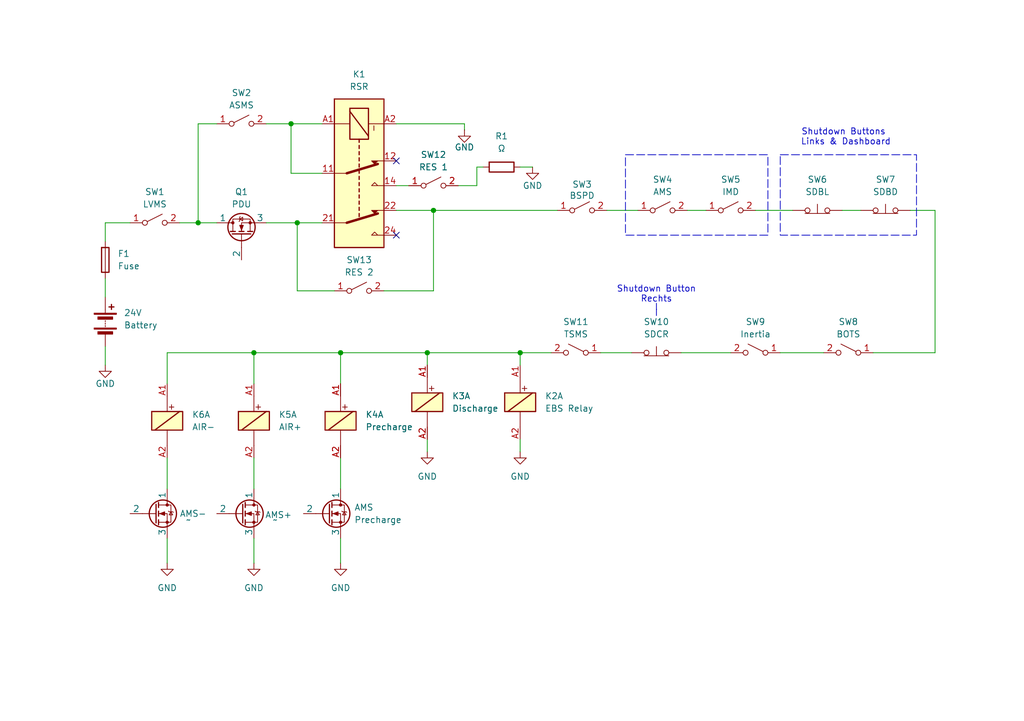
<source format=kicad_sch>
(kicad_sch (version 20231120) (generator "eeschema") (generator_version "8.0")
  (paper "A5")
  (lib_symbols
    (symbol "Device:Battery" (pin_numbers hide) (pin_names (offset 0) hide)
      (property "Reference" "BT" (at 2.54 2.54 0))
      (property "Value" "Battery" (at 2.54 0 0))
      (symbol "Battery_0_1"
        (rectangle (start -2.286 -1.27) (end 2.286 -1.524) (fill (type outline)))
        (rectangle (start -2.286 1.778) (end 2.286 1.524) (fill (type outline)))
        (rectangle (start -1.524 -2.032) (end 1.524 -2.54) (fill (type outline)))
        (rectangle (start -1.524 1.016) (end 1.524 0.508) (fill (type outline)))
        (polyline (pts (xy 0 -1.016) (xy 0 -0.762)))
        (polyline (pts (xy 0 -0.508) (xy 0 -0.254)))
        (polyline (pts (xy 0 0) (xy 0 0.254)))
        (polyline (pts (xy 0 1.778) (xy 0 2.54)))
        (polyline (pts (xy 0.762 3.048) (xy 1.778 3.048)) (stroke (width 0.254)))
        (polyline (pts (xy 1.27 3.556) (xy 1.27 2.54)) (stroke (width 0.254)))
      )
      (symbol "Battery_1_1"
        (pin passive line (at 0 5.08 270) (length 2.54) (name "+") (number "1"))
        (pin passive line (at 0 -5.08 90) (length 2.54) (name "-") (number "2"))
      )
    )
    (symbol "Device:Fuse" (pin_numbers hide) (pin_names (offset 0))
      (property "Reference" "F" (at 2.032 0 90))
      (property "Value" "Fuse" (at -1.905 0 90))
      (symbol "Fuse_0_1"
        (rectangle (start -0.762 -2.54) (end 0.762 2.54) (stroke (width 0.254)))
        (polyline (pts (xy 0 2.54) (xy 0 -2.54)))
      )
      (symbol "Fuse_1_1"
        (pin passive line (at 0 3.81 270) (length 1.27) (name "~") (number "1"))
        (pin passive line (at 0 -3.81 90) (length 1.27) (name "~") (number "2"))
      )
    )
    (symbol "FaSTTUBe_PnP:0Ω" (pin_numbers hide) (pin_names (offset 0))
      (property "Reference" "R" (at 2.032 0 90))
      (property "Value" "0Ω" (at -2.54 0 90))
      (symbol "0Ω_0_1"
        (rectangle (start -1.016 -2.54) (end 1.016 2.54) (stroke (width 0.254)))
      )
      (symbol "0Ω_1_1"
        (pin passive line (at 0 3.81 270) (length 1.27) (name "~") (number "1"))
        (pin passive line (at 0 -3.81 90) (length 1.27) (name "~") (number "2"))
      )
    )
    (symbol "NMOS_1" (pin_numbers hide) (pin_names (offset 0))
      (property "Reference" "Q2" (at 6.35 1.2701 0))
      (property "Value" "NMOS" (at 6.35 -1.2699 0))
      (symbol "NMOS_1_0_1"
        (polyline (pts (xy 0.254 0) (xy -2.54 0)))
        (polyline (pts (xy 0.254 1.905) (xy 0.254 -1.905)) (stroke (width 0.254)))
        (polyline (pts (xy 0.762 -1.27) (xy 0.762 -2.286)) (stroke (width 0.254)))
        (polyline (pts (xy 0.762 0.508) (xy 0.762 -0.508)) (stroke (width 0.254)))
        (polyline (pts (xy 0.762 2.286) (xy 0.762 1.27)) (stroke (width 0.254)))
        (polyline (pts (xy 2.54 2.54) (xy 2.54 1.778)))
        (polyline (pts (xy 2.54 -2.54) (xy 2.54 0) (xy 0.762 0)))
        (polyline (pts (xy 0.762 -1.778) (xy 3.302 -1.778) (xy 3.302 1.778) (xy 0.762 1.778)))
        (polyline (pts (xy 1.016 0) (xy 2.032 0.381) (xy 2.032 -0.381) (xy 1.016 0)) (fill (type outline)))
        (polyline (pts (xy 2.794 0.508) (xy 2.921 0.381) (xy 3.683 0.381) (xy 3.81 0.254)))
        (polyline (pts (xy 3.302 0.381) (xy 2.921 -0.254) (xy 3.683 -0.254) (xy 3.302 0.381)))
        (circle (center 1.651 0) (radius 2.794) (stroke (width 0.254)))
        (circle (center 2.54 -1.778) (radius 0.254) (fill (type outline)))
        (circle (center 2.54 1.778) (radius 0.254) (fill (type outline)))
      )
      (symbol "NMOS_1_1_1"
        (pin passive line (at 2.54 5.08 270) (length 2.54) (name "1") (number "1"))
        (pin input line (at -5.08 0 0) (length 2.54) (name "2") (number "2"))
        (pin passive line (at 2.54 -5.08 90) (length 2.54) (name "3") (number "3"))
      )
    )
    (symbol "NMOS_2" (pin_numbers hide) (pin_names (offset 0))
      (property "Reference" "AMS+" (at 6.35 1.2701 0))
      (property "Value" "NMOS" (at 6.35 -1.2699 0))
      (symbol "NMOS_2_0_1"
        (polyline (pts (xy 0.254 0) (xy -2.54 0)))
        (polyline (pts (xy 0.254 1.905) (xy 0.254 -1.905)) (stroke (width 0.254)))
        (polyline (pts (xy 0.762 -1.27) (xy 0.762 -2.286)) (stroke (width 0.254)))
        (polyline (pts (xy 0.762 0.508) (xy 0.762 -0.508)) (stroke (width 0.254)))
        (polyline (pts (xy 0.762 2.286) (xy 0.762 1.27)) (stroke (width 0.254)))
        (polyline (pts (xy 2.54 2.54) (xy 2.54 1.778)))
        (polyline (pts (xy 2.54 -2.54) (xy 2.54 0) (xy 0.762 0)))
        (polyline (pts (xy 0.762 -1.778) (xy 3.302 -1.778) (xy 3.302 1.778) (xy 0.762 1.778)))
        (polyline (pts (xy 1.016 0) (xy 2.032 0.381) (xy 2.032 -0.381) (xy 1.016 0)) (fill (type outline)))
        (polyline (pts (xy 2.794 0.508) (xy 2.921 0.381) (xy 3.683 0.381) (xy 3.81 0.254)))
        (polyline (pts (xy 3.302 0.381) (xy 2.921 -0.254) (xy 3.683 -0.254) (xy 3.302 0.381)))
        (circle (center 1.651 0) (radius 2.794) (stroke (width 0.254)))
        (circle (center 2.54 -1.778) (radius 0.254) (fill (type outline)))
        (circle (center 2.54 1.778) (radius 0.254) (fill (type outline)))
      )
      (symbol "NMOS_2_1_1"
        (pin passive line (at 2.54 5.08 270) (length 2.54) (name "1") (number "1"))
        (pin input line (at -5.08 0 0) (length 2.54) (name "2") (number "2"))
        (pin passive line (at 2.54 -5.08 90) (length 2.54) (name "3") (number "3"))
      )
    )
    (symbol "NMOS_3" (pin_numbers hide) (pin_names (offset 0))
      (property "Reference" "AMS-" (at 6.35 1.2701 0))
      (property "Value" "NMOS" (at 6.35 -1.2699 0))
      (symbol "NMOS_3_0_1"
        (polyline (pts (xy 0.254 0) (xy -2.54 0)))
        (polyline (pts (xy 0.254 1.905) (xy 0.254 -1.905)) (stroke (width 0.254)))
        (polyline (pts (xy 0.762 -1.27) (xy 0.762 -2.286)) (stroke (width 0.254)))
        (polyline (pts (xy 0.762 0.508) (xy 0.762 -0.508)) (stroke (width 0.254)))
        (polyline (pts (xy 0.762 2.286) (xy 0.762 1.27)) (stroke (width 0.254)))
        (polyline (pts (xy 2.54 2.54) (xy 2.54 1.778)))
        (polyline (pts (xy 2.54 -2.54) (xy 2.54 0) (xy 0.762 0)))
        (polyline (pts (xy 0.762 -1.778) (xy 3.302 -1.778) (xy 3.302 1.778) (xy 0.762 1.778)))
        (polyline (pts (xy 1.016 0) (xy 2.032 0.381) (xy 2.032 -0.381) (xy 1.016 0)) (fill (type outline)))
        (polyline (pts (xy 2.794 0.508) (xy 2.921 0.381) (xy 3.683 0.381) (xy 3.81 0.254)))
        (polyline (pts (xy 3.302 0.381) (xy 2.921 -0.254) (xy 3.683 -0.254) (xy 3.302 0.381)))
        (circle (center 1.651 0) (radius 2.794) (stroke (width 0.254)))
        (circle (center 2.54 -1.778) (radius 0.254) (fill (type outline)))
        (circle (center 2.54 1.778) (radius 0.254) (fill (type outline)))
      )
      (symbol "NMOS_3_1_1"
        (pin passive line (at 2.54 5.08 270) (length 2.54) (name "1") (number "1"))
        (pin input line (at -5.08 0 0) (length 2.54) (name "2") (number "2"))
        (pin passive line (at 2.54 -5.08 90) (length 2.54) (name "3") (number "3"))
      )
    )
    (symbol "Relay:AZ850P1-x"
      (property "Reference" "K1" (at -20.32 0 90))
      (property "Value" "RSR" (at -17.78 0 90))
      (symbol "AZ850P1-x_0_0"
        (text "-" (at -9.271 2.921 0) (effects (font (size 1.27 1.27))))
      )
      (symbol "AZ850P1-x_0_1"
        (rectangle (start -15.24 5.08) (end 15.24 -5.08) (stroke (width 0.254)) (fill (type background)))
        (rectangle (start -13.335 1.905) (end -6.985 -1.905) (stroke (width 0.254)))
        (polyline (pts (xy -12.7 -1.905) (xy -7.62 1.905)) (stroke (width 0.254)))
        (polyline (pts (xy -10.16 -5.08) (xy -10.16 -1.905)))
        (polyline (pts (xy -10.16 5.08) (xy -10.16 1.905)))
        (polyline (pts (xy -6.985 0) (xy -6.35 0)) (stroke (width 0.254)))
        (polyline (pts (xy -5.715 0) (xy -5.08 0)) (stroke (width 0.254)))
        (polyline (pts (xy -4.445 0) (xy -3.81 0)) (stroke (width 0.254)))
        (polyline (pts (xy -3.175 0) (xy -2.54 0)) (stroke (width 0.254)))
        (polyline (pts (xy -1.905 0) (xy -1.27 0)) (stroke (width 0.254)))
        (polyline (pts (xy -0.635 0) (xy 0 0)) (stroke (width 0.254)))
        (polyline (pts (xy 0 -2.54) (xy -1.905 3.81)) (stroke (width 0.508)))
        (polyline (pts (xy 0 -2.54) (xy 0 -5.08)))
        (polyline (pts (xy 0.635 0) (xy 1.27 0)) (stroke (width 0.254)))
        (polyline (pts (xy 1.905 0) (xy 2.54 0)) (stroke (width 0.254)))
        (polyline (pts (xy 3.175 0) (xy 3.81 0)) (stroke (width 0.254)))
        (polyline (pts (xy 4.445 0) (xy 5.08 0)) (stroke (width 0.254)))
        (polyline (pts (xy 5.715 0) (xy 6.35 0)) (stroke (width 0.254)))
        (polyline (pts (xy 6.985 0) (xy 7.62 0)) (stroke (width 0.254)))
        (polyline (pts (xy 8.255 0) (xy 8.89 0)) (stroke (width 0.254)))
        (polyline (pts (xy 10.16 -2.54) (xy 8.255 3.81)) (stroke (width 0.508)))
        (polyline (pts (xy 10.16 -2.54) (xy 10.16 -5.08)))
        (polyline (pts (xy -2.54 5.08) (xy -2.54 2.54) (xy -1.905 3.175) (xy -2.54 3.81)) (fill (type outline)))
        (polyline (pts (xy 2.54 5.08) (xy 2.54 2.54) (xy 1.905 3.175) (xy 2.54 3.81)))
        (polyline (pts (xy 7.62 5.08) (xy 7.62 2.54) (xy 8.255 3.175) (xy 7.62 3.81)) (fill (type outline)))
        (polyline (pts (xy 12.7 5.08) (xy 12.7 2.54) (xy 12.065 3.175) (xy 12.7 3.81)))
      )
      (symbol "AZ850P1-x_1_1"
        (pin passive line (at 0 -7.62 90) (length 2.54) (name "~") (number "11"))
        (pin passive line (at -2.54 7.62 270) (length 2.54) (name "~") (number "12"))
        (pin passive line (at 2.54 7.62 270) (length 2.54) (name "~") (number "14"))
        (pin passive line (at 10.16 -7.62 90) (length 2.54) (name "~") (number "21"))
        (pin passive line (at 7.62 7.62 270) (length 2.54) (name "~") (number "22"))
        (pin passive line (at 12.7 7.62 270) (length 2.54) (name "~") (number "24"))
        (pin passive line (at -10.16 -7.62 90) (length 2.54) (name "") (number "A1"))
        (pin passive line (at -10.16 7.62 270) (length 2.54) (name "~") (number "A2"))
      )
    )
    (symbol "Relay:COTO_3660_Split"
      (property "Reference" "K" (at 5.08 2.54 0))
      (property "Value" "COTO_3660_Split" (at 5.08 0 0))
      (symbol "COTO_3660_Split_1_0"
        (text "+" (at 0.889 2.921 0) (effects (font (size 1.27 1.27))))
      )
      (symbol "COTO_3660_Split_1_1"
        (rectangle (start -3.175 1.905) (end 3.175 -1.905) (stroke (width 0.254)) (fill (type background)))
        (polyline (pts (xy -2.54 -1.905) (xy 2.54 1.905)) (stroke (width 0.254)))
        (polyline (pts (xy 0 -5.08) (xy 0 -1.905)))
        (polyline (pts (xy 0 5.08) (xy 0 1.905)))
        (pin passive line (at 0 7.62 270) (length 2.54) (name "~") (number "A1"))
        (pin passive line (at 0 -7.62 90) (length 2.54) (name "~") (number "A2"))
      )
      (symbol "COTO_3660_Split_2_1"
        (polyline (pts (xy -3.175 0) (xy -2.54 0)) (stroke (width 0.254)))
        (polyline (pts (xy -1.905 0) (xy -1.27 0)) (stroke (width 0.254)))
        (polyline (pts (xy 0 2.54) (xy -1.905 -3.81)) (stroke (width 0.508)))
        (polyline (pts (xy 0 2.54) (xy 0 5.08)))
        (polyline (pts (xy 0 -5.08) (xy 0 -2.54) (xy -0.635 -3.175) (xy 0 -3.81)))
        (pin passive line (at 0 7.62 270) (length 2.54) (name "~") (number "13"))
        (pin passive line (at 0 -7.62 90) (length 2.54) (name "~") (number "14"))
      )
      (symbol "COTO_3660_Split_3_1"
        (polyline (pts (xy -3.175 0) (xy -2.54 0)) (stroke (width 0.254)))
        (polyline (pts (xy -1.905 0) (xy -1.27 0)) (stroke (width 0.254)))
        (polyline (pts (xy 0 2.54) (xy -1.905 -3.81)) (stroke (width 0.508)))
        (polyline (pts (xy 0 2.54) (xy 0 5.08)))
        (polyline (pts (xy 0 -5.08) (xy 0 -2.54) (xy -0.635 -3.175) (xy 0 -3.81)))
        (pin passive line (at 0 7.62 270) (length 2.54) (name "~") (number "23"))
        (pin passive line (at 0 -7.62 90) (length 2.54) (name "~") (number "24"))
      )
      (symbol "COTO_3660_Split_4_1"
        (polyline (pts (xy -3.175 0) (xy -2.54 0)) (stroke (width 0.254)))
        (polyline (pts (xy -1.905 0) (xy -1.27 0)) (stroke (width 0.254)))
        (polyline (pts (xy 0 2.54) (xy -1.905 -3.81)) (stroke (width 0.508)))
        (polyline (pts (xy 0 2.54) (xy 0 5.08)))
        (polyline (pts (xy 1.27 3.81) (xy 1.27 -3.81)) (stroke (width 0) (type dash)))
        (polyline (pts (xy 0 5.08) (xy 1.27 5.08) (xy 1.27 3.81)))
        (polyline (pts (xy 0 -5.08) (xy 0 -2.54) (xy -0.635 -3.175) (xy 0 -3.81)))
        (circle (center 0 5.08) (radius 0.1524))
        (pin passive line (at 0 7.62 270) (length 2.54) (name "~") (number "33"))
        (pin passive line (at 0 -7.62 90) (length 2.54) (name "~") (number "34"))
      )
    )
    (symbol "Simulation_SPICE:NMOS" (pin_numbers hide) (pin_names (offset 0))
      (property "Reference" "Q1" (at 8.89 0 90))
      (property "Value" "PDU" (at 6.35 0 90))
      (symbol "NMOS_0_1"
        (polyline (pts (xy 0.254 0) (xy -2.54 0)))
        (polyline (pts (xy 0.254 1.905) (xy 0.254 -1.905)) (stroke (width 0.254)))
        (polyline (pts (xy 0.762 -1.27) (xy 0.762 -2.286)) (stroke (width 0.254)))
        (polyline (pts (xy 0.762 0.508) (xy 0.762 -0.508)) (stroke (width 0.254)))
        (polyline (pts (xy 0.762 2.286) (xy 0.762 1.27)) (stroke (width 0.254)))
        (polyline (pts (xy 2.54 2.54) (xy 2.54 1.778)))
        (polyline (pts (xy 2.54 -2.54) (xy 2.54 0) (xy 0.762 0)))
        (polyline (pts (xy 0.762 -1.778) (xy 3.302 -1.778) (xy 3.302 1.778) (xy 0.762 1.778)))
        (polyline (pts (xy 1.016 0) (xy 2.032 0.381) (xy 2.032 -0.381) (xy 1.016 0)) (fill (type outline)))
        (polyline (pts (xy 2.794 0.508) (xy 2.921 0.381) (xy 3.683 0.381) (xy 3.81 0.254)))
        (polyline (pts (xy 3.302 0.381) (xy 2.921 -0.254) (xy 3.683 -0.254) (xy 3.302 0.381)))
        (circle (center 1.651 0) (radius 2.794) (stroke (width 0.254)))
        (circle (center 2.54 -1.778) (radius 0.254) (fill (type outline)))
        (circle (center 2.54 1.778) (radius 0.254) (fill (type outline)))
      )
      (symbol "NMOS_1_1"
        (pin input line (at -5.08 0 0) (length 2.54) (name "2") (number ""))
        (pin passive line (at 2.54 5.08 270) (length 2.54) (name "1") (number "1"))
        (pin passive line (at 2.54 -5.08 90) (length 2.54) (name "3") (number "3"))
      )
    )
    (symbol "Switch:SW_Push_Open" (pin_numbers hide) (pin_names (offset 1.016) hide)
      (property "Reference" "SW" (at 0 2.54 0))
      (property "Value" "SW_Push_Open" (at 0 -1.905 0))
      (symbol "SW_Push_Open_0_1"
        (circle (center -2.032 0) (radius 0.508))
        (polyline (pts (xy -2.54 -0.635) (xy 2.54 -0.635)))
        (polyline (pts (xy 0 -0.635) (xy 0 1.27)))
        (circle (center 2.032 0) (radius 0.508))
        (pin passive line (at -5.08 0 0) (length 2.54) (name "A") (number "1"))
      )
      (symbol "SW_Push_Open_1_1"
        (pin passive line (at 5.08 0 180) (length 2.54) (name "B") (number "2"))
      )
    )
    (symbol "Switch:SW_SPST" (pin_names (offset 0) hide)
      (property "Reference" "SW" (at 0 3.175 0))
      (property "Value" "SW_SPST" (at 0 -2.54 0))
      (symbol "SW_SPST_0_0"
        (circle (center -2.032 0) (radius 0.508))
        (polyline (pts (xy -1.524 0.254) (xy 1.524 1.778)))
        (circle (center 2.032 0) (radius 0.508))
      )
      (symbol "SW_SPST_1_1"
        (pin passive line (at -5.08 0 0) (length 2.54) (name "A") (number "1"))
        (pin passive line (at 5.08 0 180) (length 2.54) (name "B") (number "2"))
      )
    )
    (symbol "power:GND" (power) (pin_numbers hide) (pin_names (offset 0) hide)
      (property "Value" "GND" (at 0 -3.81 0))
      (symbol "GND_0_1"
        (polyline (pts (xy 0 0) (xy 0 -1.27) (xy 1.27 -1.27) (xy 0 -2.54) (xy -1.27 -1.27) (xy 0 -1.27)))
      )
      (symbol "GND_1_1"
        (pin power_in line (at 0 0 270) (length 0) (name "~") (number "1"))
      )
    )
  )
  (junction (at 69.85 72.39))
  (junction (at 59.69 25.4))
  (junction (at 40.64 45.72))
  (junction (at 106.68 72.39))
  (junction (at 60.96 45.72))
  (junction (at 52.07 72.39))
  (junction (at 87.63 72.39))
  (junction (at 88.9 43.18))
  (no_connect (at 81.28 33.02))
  (no_connect (at 81.28 48.26))
  (wire (pts (xy 97.79 34.29) (xy 99.06 34.29)))
  (wire (pts (xy 54.61 25.4) (xy 59.69 25.4)))
  (wire (pts (xy 97.79 38.1) (xy 93.98 38.1)))
  (wire (pts (xy 34.29 72.39) (xy 52.07 72.39)))
  (wire (pts (xy 81.28 43.18) (xy 88.9 43.18)))
  (wire (pts (xy 34.29 93.98) (xy 34.29 100.33)))
  (wire (pts (xy 113.03 72.39) (xy 106.68 72.39)))
  (wire (pts (xy 109.22 34.29) (xy 106.68 34.29)))
  (wire (pts (xy 124.46 43.18) (xy 130.81 43.18)))
  (wire (pts (xy 60.96 45.72) (xy 66.04 45.72)))
  (wire (pts (xy 97.79 34.29) (xy 97.79 38.1)))
  (wire (pts (xy 179.07 72.39) (xy 191.77 72.39)))
  (wire (pts (xy 60.96 59.69) (xy 68.58 59.69)))
  (wire (pts (xy 69.85 72.39) (xy 69.85 78.74)))
  (wire (pts (xy 87.63 72.39) (xy 87.63 74.93)))
  (wire (pts (xy 186.69 43.18) (xy 191.77 43.18)))
  (wire (pts (xy 191.77 43.18) (xy 191.77 72.39)))
  (wire (pts (xy 59.69 25.4) (xy 59.69 35.56)))
  (wire (pts (xy 123.19 72.39) (xy 129.54 72.39)))
  (wire (pts (xy 154.94 43.18) (xy 162.56 43.18)))
  (wire (pts (xy 21.59 45.72) (xy 26.67 45.72)))
  (wire (pts (xy 52.07 72.39) (xy 69.85 72.39)))
  (wire (pts (xy 54.61 45.72) (xy 60.96 45.72)))
  (wire (pts (xy 69.85 72.39) (xy 87.63 72.39)))
  (wire (pts (xy 139.7 72.39) (xy 149.86 72.39)))
  (wire (pts (xy 172.72 43.18) (xy 176.53 43.18)))
  (wire (pts (xy 88.9 59.69) (xy 88.9 43.18)))
  (wire (pts (xy 40.64 45.72) (xy 44.45 45.72)))
  (wire (pts (xy 81.28 38.1) (xy 83.82 38.1)))
  (wire (pts (xy 87.63 72.39) (xy 106.68 72.39)))
  (wire (pts (xy 44.45 25.4) (xy 40.64 25.4)))
  (wire (pts (xy 88.9 43.18) (xy 114.3 43.18)))
  (wire (pts (xy 69.85 93.98) (xy 69.85 100.33)))
  (wire (pts (xy 34.29 72.39) (xy 34.29 78.74)))
  (wire (pts (xy 52.07 93.98) (xy 52.07 100.33)))
  (wire (pts (xy 81.28 25.4) (xy 95.25 25.4)))
  (wire (pts (xy 106.68 72.39) (xy 106.68 74.93)))
  (wire (pts (xy 87.63 90.17) (xy 87.63 92.71)))
  (wire (pts (xy 78.74 59.69) (xy 88.9 59.69)))
  (wire (pts (xy 21.59 57.15) (xy 21.59 60.96)))
  (wire (pts (xy 36.83 45.72) (xy 40.64 45.72)))
  (wire (pts (xy 34.29 110.49) (xy 34.29 115.57)))
  (wire (pts (xy 21.59 71.12) (xy 21.59 74.93)))
  (wire (pts (xy 21.59 45.72) (xy 21.59 49.53)))
  (wire (pts (xy 59.69 35.56) (xy 66.04 35.56)))
  (wire (pts (xy 52.07 110.49) (xy 52.07 115.57)))
  (wire (pts (xy 59.69 25.4) (xy 66.04 25.4)))
  (wire (pts (xy 160.02 72.39) (xy 168.91 72.39)))
  (wire (pts (xy 69.85 110.49) (xy 69.85 115.57)))
  (wire (pts (xy 106.68 90.17) (xy 106.68 92.71)))
  (wire (pts (xy 60.96 45.72) (xy 60.96 59.69)))
  (wire (pts (xy 140.97 43.18) (xy 144.78 43.18)))
  (wire (pts (xy 40.64 25.4) (xy 40.64 45.72)))
  (wire (pts (xy 52.07 72.39) (xy 52.07 78.74)))
  (wire (pts (xy 95.25 25.4) (xy 95.25 26.67)))
  (rectangle (start 134.62 63.5) (end 134.62 63.5))
  (rectangle (start 134.62 63.5) (end 134.62 63.5))
  (rectangle (start 160.02 31.75) (end 187.96 48.26) (stroke (width 0) (type dash)))
  (rectangle (start 134.62 63.5) (end 134.62 63.5))
  (rectangle (start 128.27 31.75) (end 157.48 48.26) (stroke (width 0) (type dash)))
  (rectangle (start 134.62 62.23) (end 134.62 64.77))
  (text "Shutdown Button\nRechts" (at 134.62 60.452 0) (effects (font (size 1.27 1.27))))
  (text "Shutdown Buttons \nLinks & Dashboard" (at 173.482 28.194 0) (effects (font (size 1.27 1.27))))
  (symbol (lib_id "Simulation_SPICE:NMOS") (at 49.53 48.26 90) (unit 1)
    (property "Reference" "Q1" (at 49.53 39.37 90))
    (property "Value" "PDU" (at 49.53 41.91 90))
    (property "Datasheet" "https://ngspice.sourceforge.io/docs/ngspice-html-manual/manual.xhtml#cha_MOSFETs" (effects (hide yes)))
    (property "Description" "N-MOSFET transistor, drain/source/gate" (effects (hide yes)))
    (property "Sim.Device" "NMOS" (effects (hide yes)))
    (property "Sim.Type" "VDMOS" (effects (hide yes)))
    (property "Sim.Pins" "1=D 2=G 3=S" (effects (hide yes)))
  )
  (symbol (lib_id "Device:Battery") (at 21.59 66.04 0) (unit 1)
    (property "Reference" "24V" (at 25.4 64.1984 0) (effects (justify left)))
    (property "Value" "Battery" (at 25.4 66.7384 0) (effects (justify left)))
    (property "Description" "Multiple-cell battery" (effects (hide yes)))
  )
  (symbol (lib_id "Relay:COTO_3660_Split") (at 106.68 82.55 0) (unit 1)
    (property "Reference" "K2" (at 111.76 81.2799 0) (effects (justify left)))
    (property "Value" "EBS Relay" (at 111.76 83.8199 0) (effects (justify left)))
    (property "Footprint" "Relay_THT:Relay_3PST_COTO_3660" (effects (hide yes)))
    (property "Datasheet" "https://cotorelay.com/wp-content/uploads/2014/09/3600_series_reed_relay_datasheet.pdf" (effects (hide yes)))
    (property "Description" "Low thermal EMF 3PST-NO reed relay, 150V 0.25A, similar to 3650 but with shared shield/contact, 30.48x16.76x12.06mm" (effects (hide yes)))
  )
  (symbol (lib_id "Switch:SW_Push_Open") (at 134.62 72.39 0) (unit 1)
    (property "Reference" "SW10" (at 134.62 66.04 0))
    (property "Value" "SDCR" (at 134.62 68.58 0))
    (property "Description" "Push button switch, push-to-open, generic, two pins" (effects (hide yes)))
  )
  (symbol (lib_id "Relay:AZ850P1-x") (at 73.66 35.56 270) (unit 1)
    (property "Reference" "K1" (at 73.66 15.24 90))
    (property "Value" "RSR" (at 73.66 17.78 90))
    (property "Footprint" "Relay_THT:Relay_DPDT_FRT5" (effects (hide yes)))
    (property "Datasheet" "http://www.azettler.com/pdfs/az850.pdf" (effects (hide yes)))
    (property "Description" "American Zettler, Microminiature Polarised Dual Pole Relay Bistable" (effects (hide yes)))
  )
  (symbol (lib_name "NMOS_2") (lib_id "Simulation_SPICE:NMOS") (at 49.53 105.41 0) (unit 1)
    (property "Reference" "AMS+" (at 54.356 105.664 0) (effects (justify left)))
    (property "Value" "~" (at 55.88 106.68 0) (effects (justify left)))
    (property "Datasheet" "https://ngspice.sourceforge.io/docs/ngspice-html-manual/manual.xhtml#cha_MOSFETs" (effects (hide yes)))
    (property "Description" "N-MOSFET transistor, drain/source/gate" (effects (hide yes)))
    (property "Sim.Device" "NMOS" (effects (hide yes)))
    (property "Sim.Type" "VDMOS" (effects (hide yes)))
    (property "Sim.Pins" "1=D 2=G 3=S" (effects (hide yes)))
  )
  (symbol (lib_id "Relay:COTO_3660_Split") (at 87.63 82.55 0) (unit 1)
    (property "Reference" "K3" (at 92.71 81.2799 0) (effects (justify left)))
    (property "Value" "Discharge" (at 92.71 83.8199 0) (effects (justify left)))
    (property "Footprint" "Relay_THT:Relay_3PST_COTO_3660" (effects (hide yes)))
    (property "Datasheet" "https://cotorelay.com/wp-content/uploads/2014/09/3600_series_reed_relay_datasheet.pdf" (effects (hide yes)))
    (property "Description" "Low thermal EMF 3PST-NO reed relay, 150V 0.25A, similar to 3650 but with shared shield/contact, 30.48x16.76x12.06mm" (effects (hide yes)))
  )
  (symbol (lib_name "NMOS_3") (lib_id "Simulation_SPICE:NMOS") (at 31.75 105.41 0) (unit 1)
    (property "Reference" "AMS-" (at 36.83 105.41 0) (effects (justify left)))
    (property "Value" "~" (at 38.1 106.68 0) (effects (justify left)))
    (property "Datasheet" "https://ngspice.sourceforge.io/docs/ngspice-html-manual/manual.xhtml#cha_MOSFETs" (effects (hide yes)))
    (property "Description" "N-MOSFET transistor, drain/source/gate" (effects (hide yes)))
    (property "Sim.Device" "NMOS" (effects (hide yes)))
    (property "Sim.Type" "VDMOS" (effects (hide yes)))
    (property "Sim.Pins" "1=D 2=G 3=S" (effects (hide yes)))
  )
  (symbol (lib_id "Device:Fuse") (at 21.59 53.34 0) (unit 1)
    (property "Reference" "F1" (at 24.13 52.0699 0) (effects (justify left)))
    (property "Value" "Fuse" (at 24.13 54.6099 0) (effects (justify left)))
    (property "Description" "Fuse" (effects (hide yes)))
  )
  (symbol (lib_id "power:GND") (at 87.63 92.71 0) (unit 1)
    (property "Reference" "#PWR07" (effects (hide yes)))
    (property "Value" "GND" (at 87.63 97.79 0))
    (property "Description" "Power symbol creates a global label with name \"GND\" , ground" (effects (hide yes)))
  )
  (symbol (lib_id "power:GND") (at 95.25 26.67 0) (unit 1)
    (property "Reference" "#PWR02" (effects (hide yes)))
    (property "Value" "GND" (at 95.25 30.226 0))
    (property "Description" "Power symbol creates a global label with name \"GND\" , ground" (effects (hide yes)))
  )
  (symbol (lib_id "Switch:SW_SPST") (at 31.75 45.72 0) (unit 1)
    (property "Reference" "SW1" (at 31.75 39.37 0))
    (property "Value" "LVMS" (at 31.75 41.91 0))
    (property "Description" "Single Pole Single Throw (SPST) switch" (effects (hide yes)))
  )
  (symbol (lib_id "power:GND") (at 106.68 92.71 0) (unit 1)
    (property "Reference" "#PWR08" (effects (hide yes)))
    (property "Value" "GND" (at 106.68 97.79 0))
    (property "Description" "Power symbol creates a global label with name \"GND\" , ground" (effects (hide yes)))
  )
  (symbol (lib_id "Switch:SW_SPST") (at 88.9 38.1 0) (unit 1)
    (property "Reference" "SW12" (at 88.9 31.75 0))
    (property "Value" "RES 1" (at 88.9 34.29 0))
    (property "Description" "Single Pole Single Throw (SPST) switch" (effects (hide yes)))
  )
  (symbol (lib_id "FaSTTUBe_PnP:0Ω") (at 102.87 34.29 270) (unit 1)
    (property "Reference" "R1" (at 102.87 27.94 90))
    (property "Value" "Ω" (at 102.87 30.48 90))
    (property "Footprint" "Resistor_SMD:R_0603_1608Metric" (effects (hide yes)))
    (property "Description" "10kOhm 0603 Resistor" (effects (hide yes)))
  )
  (symbol (lib_id "power:GND") (at 21.59 74.93 0) (unit 1)
    (property "Reference" "#PWR01" (effects (hide yes)))
    (property "Value" "GND" (at 21.59 78.74 0))
    (property "Description" "Power symbol creates a global label with name \"GND\" , ground" (effects (hide yes)))
  )
  (symbol (lib_id "Relay:COTO_3660_Split") (at 34.29 86.36 0) (unit 1)
    (property "Reference" "K6" (at 39.37 85.0899 0) (effects (justify left)))
    (property "Value" "AIR-" (at 39.37 87.6299 0) (effects (justify left)))
    (property "Footprint" "Relay_THT:Relay_3PST_COTO_3660" (effects (hide yes)))
    (property "Datasheet" "https://cotorelay.com/wp-content/uploads/2014/09/3600_series_reed_relay_datasheet.pdf" (effects (hide yes)))
    (property "Description" "Low thermal EMF 3PST-NO reed relay, 150V 0.25A, similar to 3650 but with shared shield/contact, 30.48x16.76x12.06mm" (effects (hide yes)))
  )
  (symbol (lib_id "power:GND") (at 34.29 115.57 0) (unit 1)
    (property "Reference" "#PWR04" (effects (hide yes)))
    (property "Value" "GND" (at 34.29 120.65 0))
    (property "Description" "Power symbol creates a global label with name \"GND\" , ground" (effects (hide yes)))
  )
  (symbol (lib_id "Switch:SW_SPST") (at 119.38 43.18 0) (unit 1)
    (property "Reference" "SW3" (at 119.38 37.846 0))
    (property "Value" "BSPD" (at 119.38 40.132 0))
    (property "Description" "Single Pole Single Throw (SPST) switch" (effects (hide yes)))
  )
  (symbol (lib_id "Switch:SW_SPST") (at 173.99 72.39 0) (mirror y) (unit 1)
    (property "Reference" "SW8" (at 173.99 66.04 0))
    (property "Value" "BOTS" (at 173.99 68.58 0))
    (property "Description" "Single Pole Single Throw (SPST) switch" (effects (hide yes)))
  )
  (symbol (lib_name "NMOS_1") (lib_id "Simulation_SPICE:NMOS") (at 67.31 105.41 0) (unit 1)
    (property "Reference" "AMS" (at 72.644 104.14 0) (effects (justify left)))
    (property "Value" "Precharge" (at 72.644 106.68 0) (effects (justify left)))
    (property "Datasheet" "https://ngspice.sourceforge.io/docs/ngspice-html-manual/manual.xhtml#cha_MOSFETs" (effects (hide yes)))
    (property "Description" "N-MOSFET transistor, drain/source/gate" (effects (hide yes)))
    (property "Sim.Device" "NMOS" (effects (hide yes)))
    (property "Sim.Type" "VDMOS" (effects (hide yes)))
    (property "Sim.Pins" "1=D 2=G 3=S" (effects (hide yes)))
  )
  (symbol (lib_id "power:GND") (at 109.22 34.29 0) (unit 1)
    (property "Reference" "#PWR03" (effects (hide yes)))
    (property "Value" "GND" (at 109.22 38.1 0))
    (property "Description" "Power symbol creates a global label with name \"GND\" , ground" (effects (hide yes)))
  )
  (symbol (lib_id "Relay:COTO_3660_Split") (at 69.85 86.36 0) (unit 1)
    (property "Reference" "K4" (at 74.93 85.0899 0) (effects (justify left)))
    (property "Value" "Precharge" (at 74.93 87.6299 0) (effects (justify left)))
    (property "Footprint" "Relay_THT:Relay_3PST_COTO_3660" (effects (hide yes)))
    (property "Datasheet" "https://cotorelay.com/wp-content/uploads/2014/09/3600_series_reed_relay_datasheet.pdf" (effects (hide yes)))
    (property "Description" "Low thermal EMF 3PST-NO reed relay, 150V 0.25A, similar to 3650 but with shared shield/contact, 30.48x16.76x12.06mm" (effects (hide yes)))
  )
  (symbol (lib_id "Switch:SW_SPST") (at 154.94 72.39 0) (mirror y) (unit 1)
    (property "Reference" "SW9" (at 154.94 66.04 0))
    (property "Value" "Inertia" (at 154.94 68.58 0))
    (property "Description" "Single Pole Single Throw (SPST) switch" (effects (hide yes)))
  )
  (symbol (lib_id "Switch:SW_Push_Open") (at 167.64 43.18 0) (unit 1)
    (property "Reference" "SW6" (at 167.64 36.83 0))
    (property "Value" "SDBL" (at 167.64 39.37 0))
    (property "Description" "Push button switch, push-to-open, generic, two pins" (effects (hide yes)))
  )
  (symbol (lib_id "Switch:SW_SPST") (at 135.89 43.18 0) (unit 1)
    (property "Reference" "SW4" (at 135.89 36.83 0))
    (property "Value" "AMS" (at 135.89 39.37 0))
    (property "Description" "Single Pole Single Throw (SPST) switch" (effects (hide yes)))
  )
  (symbol (lib_id "Switch:SW_Push_Open") (at 181.61 43.18 0) (unit 1)
    (property "Reference" "SW7" (at 181.61 36.83 0))
    (property "Value" "SDBD" (at 181.61 39.37 0))
    (property "Description" "Push button switch, push-to-open, generic, two pins" (effects (hide yes)))
  )
  (symbol (lib_id "power:GND") (at 52.07 115.57 0) (unit 1)
    (property "Reference" "#PWR05" (effects (hide yes)))
    (property "Value" "GND" (at 52.07 120.65 0))
    (property "Description" "Power symbol creates a global label with name \"GND\" , ground" (effects (hide yes)))
  )
  (symbol (lib_id "Relay:COTO_3660_Split") (at 52.07 86.36 0) (unit 1)
    (property "Reference" "K5" (at 57.15 85.0899 0) (effects (justify left)))
    (property "Value" "AIR+" (at 57.15 87.6299 0) (effects (justify left)))
    (property "Footprint" "Relay_THT:Relay_3PST_COTO_3660" (effects (hide yes)))
    (property "Datasheet" "https://cotorelay.com/wp-content/uploads/2014/09/3600_series_reed_relay_datasheet.pdf" (effects (hide yes)))
    (property "Description" "Low thermal EMF 3PST-NO reed relay, 150V 0.25A, similar to 3650 but with shared shield/contact, 30.48x16.76x12.06mm" (effects (hide yes)))
  )
  (symbol (lib_id "power:GND") (at 69.85 115.57 0) (unit 1)
    (property "Reference" "#PWR06" (effects (hide yes)))
    (property "Value" "GND" (at 69.85 120.65 0))
    (property "Description" "Power symbol creates a global label with name \"GND\" , ground" (effects (hide yes)))
  )
  (symbol (lib_id "Switch:SW_SPST") (at 73.66 59.69 0) (unit 1)
    (property "Reference" "SW13" (at 73.66 53.34 0))
    (property "Value" "RES 2" (at 73.66 55.88 0))
    (property "Description" "Single Pole Single Throw (SPST) switch" (effects (hide yes)))
  )
  (symbol (lib_id "Switch:SW_SPST") (at 118.11 72.39 0) (mirror y) (unit 1)
    (property "Reference" "SW11" (at 118.11 66.04 0))
    (property "Value" "TSMS" (at 118.11 68.58 0))
    (property "Description" "Single Pole Single Throw (SPST) switch" (effects (hide yes)))
  )
  (symbol (lib_id "Switch:SW_SPST") (at 149.86 43.18 0) (unit 1)
    (property "Reference" "SW5" (at 149.86 36.83 0))
    (property "Value" "IMD" (at 149.86 39.37 0))
    (property "Description" "Single Pole Single Throw (SPST) switch" (effects (hide yes)))
  )
  (symbol (lib_id "Switch:SW_SPST") (at 49.53 25.4 0) (unit 1)
    (property "Reference" "SW2" (at 49.53 19.05 0))
    (property "Value" "ASMS" (at 49.53 21.59 0))
    (property "Description" "Single Pole Single Throw (SPST) switch" (effects (hide yes)))
  )
)
</source>
